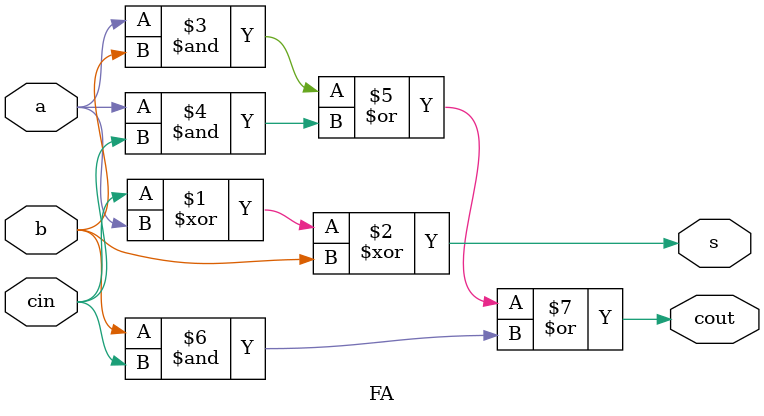
<source format=v>
module FA(a, b, cin, s, cout);
	input a, b, cin;
	output s, cout;
	
	assign s = cin ^ a ^ b;
	assign cout = (a & b) | (a & cin) | (b & cin);\
	
endmodule

	

</source>
